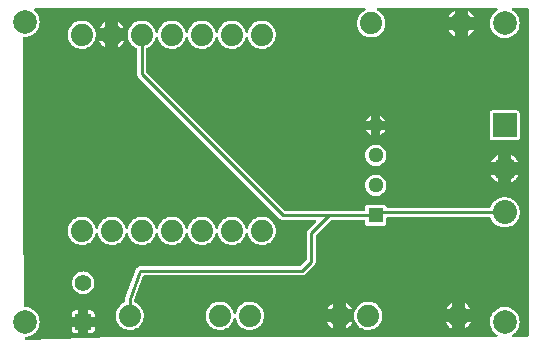
<source format=gbl>
G04 Layer: BottomLayer*
G04 EasyEDA v6.5.50, 2025-05-01 09:36:35*
G04 b635e82801d84c3784f216ba710eedd8,4ea17189a5af4923b0f09c00d4425dfb,10*
G04 Gerber Generator version 0.2*
G04 Scale: 100 percent, Rotated: No, Reflected: No *
G04 Dimensions in millimeters *
G04 leading zeros omitted , absolute positions ,4 integer and 5 decimal *
%FSLAX45Y45*%
%MOMM*%

%ADD10C,0.2540*%
%ADD11C,1.8796*%
%ADD12R,1.2954X1.2954*%
%ADD13C,1.2954*%
%ADD14R,1.3970X1.3970*%
%ADD15C,1.3970*%
%ADD16R,2.0320X2.0320*%
%ADD17C,2.0320*%
%ADD18C,2.0000*%
%ADD19C,0.0103*%

%LPD*%
G36*
X772363Y3657955D02*
G01*
X768400Y3658615D01*
X764997Y3660749D01*
X762711Y3664051D01*
X761898Y3668014D01*
X761796Y3674414D01*
X762508Y3678224D01*
X764540Y3681476D01*
X767638Y3683711D01*
X771347Y3684676D01*
X777189Y3685032D01*
X792124Y3687775D01*
X806653Y3692296D01*
X820521Y3698544D01*
X833526Y3706418D01*
X845464Y3715765D01*
X856234Y3726535D01*
X865581Y3738473D01*
X873455Y3751478D01*
X879703Y3765346D01*
X884224Y3779875D01*
X886968Y3794810D01*
X887882Y3810000D01*
X886968Y3825189D01*
X884224Y3840124D01*
X879703Y3854653D01*
X873455Y3868521D01*
X865581Y3881526D01*
X856234Y3893464D01*
X845464Y3904234D01*
X833526Y3913581D01*
X820521Y3921455D01*
X806653Y3927703D01*
X792124Y3932224D01*
X777189Y3934968D01*
X768400Y3935526D01*
X764692Y3936441D01*
X761644Y3938625D01*
X759561Y3941826D01*
X758850Y3945534D01*
X749300Y4813350D01*
X749300Y6214110D01*
X750112Y6218123D01*
X752500Y6221476D01*
X756005Y6223660D01*
X760069Y6224219D01*
X762000Y6224117D01*
X777189Y6225032D01*
X792124Y6227775D01*
X806653Y6232296D01*
X820521Y6238544D01*
X833526Y6246418D01*
X845464Y6255766D01*
X856234Y6266535D01*
X865581Y6278473D01*
X873455Y6291478D01*
X879703Y6305346D01*
X884224Y6319875D01*
X886968Y6334810D01*
X887882Y6350000D01*
X886968Y6365189D01*
X884224Y6380124D01*
X879703Y6394653D01*
X873455Y6408521D01*
X865581Y6421526D01*
X856234Y6433464D01*
X845464Y6444234D01*
X843026Y6446164D01*
X840333Y6449314D01*
X839165Y6453327D01*
X839724Y6457442D01*
X841857Y6461048D01*
X845210Y6463436D01*
X849325Y6464300D01*
X3639159Y6464300D01*
X3643528Y6463284D01*
X3647033Y6460490D01*
X3649014Y6456476D01*
X3649065Y6451955D01*
X3647135Y6447891D01*
X3643680Y6445046D01*
X3635756Y6441084D01*
X3623462Y6432956D01*
X3612235Y6423355D01*
X3602329Y6412433D01*
X3593795Y6400393D01*
X3586784Y6387388D01*
X3581450Y6373622D01*
X3577894Y6359347D01*
X3576065Y6344666D01*
X3576065Y6329934D01*
X3577894Y6315252D01*
X3581450Y6300978D01*
X3586784Y6287211D01*
X3593795Y6274206D01*
X3602329Y6262166D01*
X3612235Y6251244D01*
X3623462Y6241643D01*
X3635756Y6233515D01*
X3648964Y6226911D01*
X3662883Y6221984D01*
X3677310Y6218834D01*
X3691991Y6217462D01*
X3706774Y6217920D01*
X3721354Y6220206D01*
X3735527Y6224270D01*
X3749141Y6230010D01*
X3761892Y6237376D01*
X3773678Y6246266D01*
X3784295Y6256528D01*
X3793540Y6268059D01*
X3801313Y6280607D01*
X3807460Y6294018D01*
X3811930Y6308039D01*
X3814673Y6322568D01*
X3815587Y6337300D01*
X3814673Y6352032D01*
X3811930Y6366560D01*
X3807460Y6380581D01*
X3801313Y6393992D01*
X3793540Y6406540D01*
X3784295Y6418072D01*
X3773678Y6428333D01*
X3761892Y6437223D01*
X3748684Y6444792D01*
X3745433Y6447028D01*
X3743248Y6450279D01*
X3742486Y6454190D01*
X3743299Y6458051D01*
X3745484Y6461353D01*
X3748786Y6463538D01*
X3752646Y6464300D01*
X4401159Y6464300D01*
X4405528Y6463284D01*
X4407712Y6461556D01*
X4410608Y6463538D01*
X4414520Y6464300D01*
X4500880Y6464300D01*
X4504791Y6463538D01*
X4507788Y6461506D01*
X4510786Y6463538D01*
X4514646Y6464300D01*
X4756759Y6464300D01*
X4761026Y6463385D01*
X4764481Y6460744D01*
X4766513Y6456883D01*
X4766767Y6452514D01*
X4765141Y6448450D01*
X4761992Y6445453D01*
X4754473Y6440881D01*
X4742535Y6431534D01*
X4731766Y6420764D01*
X4722418Y6408826D01*
X4714544Y6395821D01*
X4708296Y6381953D01*
X4703775Y6367424D01*
X4701032Y6352489D01*
X4700117Y6337300D01*
X4701032Y6322110D01*
X4703775Y6307175D01*
X4708296Y6292646D01*
X4714544Y6278778D01*
X4722418Y6265773D01*
X4731766Y6253835D01*
X4742535Y6243066D01*
X4754473Y6233718D01*
X4767478Y6225844D01*
X4781346Y6219596D01*
X4795875Y6215075D01*
X4810810Y6212332D01*
X4826000Y6211417D01*
X4841189Y6212332D01*
X4856124Y6215075D01*
X4870653Y6219596D01*
X4884521Y6225844D01*
X4897526Y6233718D01*
X4909464Y6243066D01*
X4920234Y6253835D01*
X4929581Y6265773D01*
X4937455Y6278778D01*
X4943703Y6292646D01*
X4948224Y6307175D01*
X4950968Y6322110D01*
X4951882Y6337300D01*
X4950968Y6352489D01*
X4948224Y6367424D01*
X4943703Y6381953D01*
X4937455Y6395821D01*
X4929581Y6408826D01*
X4920234Y6420764D01*
X4909464Y6431534D01*
X4897526Y6440881D01*
X4890008Y6445453D01*
X4886858Y6448450D01*
X4885232Y6452514D01*
X4885486Y6456883D01*
X4887518Y6460744D01*
X4890973Y6463385D01*
X4895240Y6464300D01*
X5019040Y6464300D01*
X5022951Y6463538D01*
X5026202Y6461302D01*
X5028438Y6458051D01*
X5029200Y6454140D01*
X5029200Y3699916D01*
X5028438Y3696004D01*
X5026202Y3692702D01*
X5019497Y3685997D01*
X5016195Y3683762D01*
X5012283Y3683000D01*
X4895240Y3683000D01*
X4890973Y3683914D01*
X4887518Y3686556D01*
X4885486Y3690416D01*
X4885232Y3694785D01*
X4886858Y3698849D01*
X4890008Y3701846D01*
X4897526Y3706418D01*
X4909464Y3715765D01*
X4920234Y3726535D01*
X4929581Y3738473D01*
X4937455Y3751478D01*
X4943703Y3765346D01*
X4948224Y3779875D01*
X4950968Y3794810D01*
X4951882Y3810000D01*
X4950968Y3825189D01*
X4948224Y3840124D01*
X4943703Y3854653D01*
X4937455Y3868521D01*
X4929581Y3881526D01*
X4920234Y3893464D01*
X4909464Y3904234D01*
X4897526Y3913581D01*
X4884521Y3921455D01*
X4870653Y3927703D01*
X4856124Y3932224D01*
X4841189Y3934968D01*
X4826000Y3935882D01*
X4810810Y3934968D01*
X4795875Y3932224D01*
X4781346Y3927703D01*
X4767478Y3921455D01*
X4754473Y3913581D01*
X4742535Y3904234D01*
X4731766Y3893464D01*
X4722418Y3881526D01*
X4714544Y3868521D01*
X4708296Y3854653D01*
X4703775Y3840124D01*
X4701032Y3825189D01*
X4700117Y3810000D01*
X4701032Y3794810D01*
X4703775Y3779875D01*
X4708296Y3765346D01*
X4714544Y3751478D01*
X4722418Y3738473D01*
X4731766Y3726535D01*
X4742535Y3715765D01*
X4754473Y3706418D01*
X4761992Y3701846D01*
X4765141Y3698849D01*
X4766767Y3694785D01*
X4766513Y3690416D01*
X4764481Y3686556D01*
X4761026Y3683914D01*
X4756759Y3683000D01*
X1523898Y3683000D01*
G37*

%LPC*%
G36*
X1188008Y3714242D02*
G01*
X1216050Y3714242D01*
X1216050Y3768699D01*
X1161542Y3768699D01*
X1161542Y3740708D01*
X1162253Y3734409D01*
X1164183Y3728923D01*
X1167231Y3724046D01*
X1171346Y3719931D01*
X1176223Y3716883D01*
X1181709Y3714953D01*
G37*
G36*
X1298600Y3714242D02*
G01*
X1326591Y3714242D01*
X1332890Y3714953D01*
X1338376Y3716883D01*
X1343253Y3719931D01*
X1347368Y3724046D01*
X1350416Y3728923D01*
X1352346Y3734409D01*
X1353058Y3740708D01*
X1353058Y3768699D01*
X1298600Y3768699D01*
G37*
G36*
X3674008Y3740962D02*
G01*
X3688689Y3742334D01*
X3703116Y3745484D01*
X3717036Y3750411D01*
X3730244Y3757015D01*
X3742537Y3765143D01*
X3753764Y3774744D01*
X3763670Y3785666D01*
X3772204Y3797706D01*
X3779215Y3810711D01*
X3784549Y3824478D01*
X3788105Y3838752D01*
X3789934Y3853434D01*
X3789934Y3868165D01*
X3788105Y3882847D01*
X3784549Y3897122D01*
X3779215Y3910888D01*
X3772204Y3923893D01*
X3763670Y3935933D01*
X3753764Y3946855D01*
X3742537Y3956456D01*
X3730244Y3964584D01*
X3717036Y3971188D01*
X3703116Y3976115D01*
X3688689Y3979265D01*
X3674008Y3980586D01*
X3659225Y3980179D01*
X3644646Y3977894D01*
X3630472Y3973829D01*
X3616858Y3968089D01*
X3604107Y3960723D01*
X3592322Y3951833D01*
X3581704Y3941572D01*
X3572459Y3930040D01*
X3564686Y3917492D01*
X3558794Y3904691D01*
X3557778Y3903319D01*
X3557524Y3900881D01*
X3554069Y3890060D01*
X3551326Y3875532D01*
X3550412Y3860800D01*
X3551326Y3846068D01*
X3554069Y3831539D01*
X3557524Y3820718D01*
X3557778Y3818280D01*
X3558794Y3816908D01*
X3564686Y3804107D01*
X3572459Y3791559D01*
X3581704Y3780028D01*
X3592322Y3769766D01*
X3604107Y3760876D01*
X3616858Y3753510D01*
X3630472Y3747770D01*
X3644646Y3743706D01*
X3659225Y3741420D01*
G37*
G36*
X2409291Y3740962D02*
G01*
X2424074Y3741420D01*
X2438654Y3743706D01*
X2452827Y3747770D01*
X2466441Y3753510D01*
X2479192Y3760876D01*
X2490978Y3769766D01*
X2501595Y3780028D01*
X2510840Y3791559D01*
X2518613Y3804107D01*
X2524760Y3817518D01*
X2529230Y3831539D01*
X2529992Y3835654D01*
X2531516Y3839362D01*
X2534310Y3842207D01*
X2538018Y3843731D01*
X2541981Y3843731D01*
X2545689Y3842207D01*
X2548483Y3839362D01*
X2550007Y3835654D01*
X2550769Y3831539D01*
X2555240Y3817518D01*
X2561386Y3804107D01*
X2569159Y3791559D01*
X2578404Y3780028D01*
X2589022Y3769766D01*
X2600807Y3760876D01*
X2613558Y3753510D01*
X2627172Y3747770D01*
X2641346Y3743706D01*
X2655925Y3741420D01*
X2670708Y3740962D01*
X2685389Y3742334D01*
X2699816Y3745484D01*
X2713736Y3750411D01*
X2726944Y3757015D01*
X2739237Y3765143D01*
X2750464Y3774744D01*
X2760370Y3785666D01*
X2768904Y3797706D01*
X2775915Y3810711D01*
X2781249Y3824478D01*
X2784805Y3838752D01*
X2786634Y3853434D01*
X2786634Y3868165D01*
X2784805Y3882847D01*
X2781249Y3897122D01*
X2775915Y3910888D01*
X2768904Y3923893D01*
X2760370Y3935933D01*
X2750464Y3946855D01*
X2739237Y3956456D01*
X2726944Y3964584D01*
X2713736Y3971188D01*
X2699816Y3976115D01*
X2685389Y3979265D01*
X2670708Y3980586D01*
X2655925Y3980179D01*
X2641346Y3977894D01*
X2627172Y3973829D01*
X2613558Y3968089D01*
X2600807Y3960723D01*
X2589022Y3951833D01*
X2578404Y3941572D01*
X2569159Y3930040D01*
X2561386Y3917492D01*
X2555240Y3904081D01*
X2550769Y3890060D01*
X2550007Y3885946D01*
X2548483Y3882237D01*
X2545689Y3879392D01*
X2541981Y3877868D01*
X2538018Y3877868D01*
X2534310Y3879392D01*
X2531516Y3882237D01*
X2529992Y3885946D01*
X2529230Y3890060D01*
X2524760Y3904081D01*
X2518613Y3917492D01*
X2510840Y3930040D01*
X2501595Y3941572D01*
X2490978Y3951833D01*
X2479192Y3960723D01*
X2466441Y3968089D01*
X2452827Y3973829D01*
X2438654Y3977894D01*
X2424074Y3980179D01*
X2409291Y3980586D01*
X2394610Y3979265D01*
X2380183Y3976115D01*
X2366264Y3971188D01*
X2353056Y3964584D01*
X2340762Y3956456D01*
X2329535Y3946855D01*
X2319629Y3935933D01*
X2311095Y3923893D01*
X2304084Y3910888D01*
X2298750Y3897122D01*
X2295194Y3882847D01*
X2293366Y3868165D01*
X2293366Y3853434D01*
X2295194Y3838752D01*
X2298750Y3824478D01*
X2304084Y3810711D01*
X2311095Y3797706D01*
X2319629Y3785666D01*
X2329535Y3774744D01*
X2340762Y3765143D01*
X2353056Y3757015D01*
X2366264Y3750411D01*
X2380183Y3745484D01*
X2394610Y3742334D01*
G37*
G36*
X1647291Y3740962D02*
G01*
X1662074Y3741420D01*
X1676654Y3743706D01*
X1690827Y3747770D01*
X1704441Y3753510D01*
X1717192Y3760876D01*
X1728978Y3769766D01*
X1739595Y3780028D01*
X1748840Y3791559D01*
X1756613Y3804107D01*
X1762760Y3817518D01*
X1767230Y3831539D01*
X1769973Y3846068D01*
X1770888Y3860800D01*
X1769973Y3875532D01*
X1767230Y3890060D01*
X1762760Y3904081D01*
X1756613Y3917492D01*
X1748840Y3930040D01*
X1739595Y3941572D01*
X1728978Y3951833D01*
X1717192Y3960723D01*
X1704441Y3968089D01*
X1695805Y3971747D01*
X1692554Y3973982D01*
X1690370Y3977233D01*
X1689607Y3981094D01*
X1689607Y3991813D01*
X1690217Y3995318D01*
X1764385Y4196537D01*
X1766519Y4200042D01*
X1769872Y4202379D01*
X1773885Y4203192D01*
X3110992Y4203192D01*
X3119018Y4204004D01*
X3126232Y4206189D01*
X3132937Y4209745D01*
X3139135Y4214876D01*
X3214624Y4290364D01*
X3219754Y4296562D01*
X3223310Y4303268D01*
X3225495Y4310481D01*
X3226308Y4318508D01*
X3226308Y4539081D01*
X3227070Y4542993D01*
X3229305Y4546295D01*
X3353104Y4670094D01*
X3356406Y4672330D01*
X3360318Y4673092D01*
X3632962Y4673092D01*
X3636873Y4672330D01*
X3640124Y4670094D01*
X3642360Y4666843D01*
X3643122Y4662932D01*
X3643122Y4647488D01*
X3643833Y4641189D01*
X3645763Y4635703D01*
X3648811Y4630826D01*
X3652926Y4626711D01*
X3657803Y4623663D01*
X3663289Y4621733D01*
X3669588Y4621022D01*
X3798011Y4621022D01*
X3804310Y4621733D01*
X3809796Y4623663D01*
X3814673Y4626711D01*
X3818788Y4630826D01*
X3821836Y4635703D01*
X3823766Y4641189D01*
X3824478Y4647488D01*
X3824478Y4688332D01*
X3825240Y4692243D01*
X3827475Y4695494D01*
X3830726Y4697730D01*
X3834637Y4698492D01*
X4697272Y4698492D01*
X4701032Y4697780D01*
X4704283Y4695647D01*
X4706518Y4692497D01*
X4713122Y4677867D01*
X4721047Y4664659D01*
X4730546Y4652568D01*
X4741468Y4641697D01*
X4753559Y4632198D01*
X4766716Y4624222D01*
X4780788Y4617872D01*
X4795469Y4613300D01*
X4810607Y4610557D01*
X4826000Y4609592D01*
X4841341Y4610557D01*
X4856480Y4613300D01*
X4871212Y4617872D01*
X4885232Y4624222D01*
X4898390Y4632198D01*
X4910531Y4641697D01*
X4921402Y4652568D01*
X4930902Y4664659D01*
X4938877Y4677867D01*
X4945176Y4691888D01*
X4949748Y4706569D01*
X4952542Y4721707D01*
X4953457Y4737100D01*
X4952542Y4752492D01*
X4949748Y4767630D01*
X4945176Y4782312D01*
X4938877Y4796332D01*
X4930902Y4809540D01*
X4921402Y4821631D01*
X4910531Y4832502D01*
X4898390Y4842002D01*
X4885232Y4849977D01*
X4871212Y4856327D01*
X4856480Y4860899D01*
X4841341Y4863642D01*
X4826000Y4864608D01*
X4810607Y4863642D01*
X4795469Y4860899D01*
X4780788Y4856327D01*
X4766716Y4849977D01*
X4753559Y4842002D01*
X4741468Y4832502D01*
X4730546Y4821631D01*
X4721047Y4809540D01*
X4713122Y4796332D01*
X4706518Y4781702D01*
X4704283Y4778552D01*
X4701032Y4776419D01*
X4697272Y4775708D01*
X3833266Y4775708D01*
X3829202Y4776571D01*
X3825798Y4778959D01*
X3823665Y4782515D01*
X3821836Y4787696D01*
X3818788Y4792573D01*
X3814673Y4796688D01*
X3809796Y4799736D01*
X3804310Y4801666D01*
X3798011Y4802378D01*
X3669588Y4802378D01*
X3663289Y4801666D01*
X3657803Y4799736D01*
X3652926Y4796688D01*
X3648811Y4792573D01*
X3645763Y4787696D01*
X3643833Y4782210D01*
X3643122Y4775911D01*
X3643122Y4760468D01*
X3642360Y4756556D01*
X3640124Y4753305D01*
X3636873Y4751070D01*
X3632962Y4750308D01*
X2966618Y4750308D01*
X2962706Y4751070D01*
X2959404Y4753305D01*
X1794205Y5918504D01*
X1791970Y5921806D01*
X1791207Y5925718D01*
X1791207Y6119876D01*
X1791970Y6123736D01*
X1794154Y6127038D01*
X1797405Y6129223D01*
X1806041Y6132880D01*
X1818792Y6140297D01*
X1830578Y6149187D01*
X1841195Y6159449D01*
X1850440Y6170930D01*
X1858213Y6183477D01*
X1864360Y6196888D01*
X1868830Y6210960D01*
X1869592Y6214922D01*
X1871014Y6218580D01*
X1873757Y6221374D01*
X1877314Y6222949D01*
X1881225Y6223101D01*
X1884883Y6221730D01*
X1887778Y6219088D01*
X1889455Y6215532D01*
X1892350Y6203848D01*
X1897684Y6190081D01*
X1904695Y6177076D01*
X1913229Y6165037D01*
X1923135Y6154115D01*
X1934362Y6144514D01*
X1946656Y6136386D01*
X1959864Y6129832D01*
X1973783Y6124905D01*
X1988210Y6121755D01*
X2002891Y6120384D01*
X2017674Y6120841D01*
X2032254Y6123127D01*
X2046427Y6127140D01*
X2060041Y6132880D01*
X2072792Y6140297D01*
X2084578Y6149187D01*
X2095195Y6159449D01*
X2104440Y6170930D01*
X2112213Y6183477D01*
X2118360Y6196888D01*
X2122830Y6210960D01*
X2123592Y6214922D01*
X2125014Y6218580D01*
X2127758Y6221374D01*
X2131314Y6222949D01*
X2135225Y6223101D01*
X2138883Y6221730D01*
X2141778Y6219088D01*
X2143455Y6215532D01*
X2146350Y6203848D01*
X2151684Y6190081D01*
X2158695Y6177076D01*
X2167229Y6165037D01*
X2177135Y6154115D01*
X2188362Y6144514D01*
X2200656Y6136386D01*
X2213864Y6129832D01*
X2227783Y6124905D01*
X2242210Y6121755D01*
X2256891Y6120384D01*
X2271674Y6120841D01*
X2286254Y6123127D01*
X2300427Y6127140D01*
X2314041Y6132880D01*
X2326792Y6140297D01*
X2338578Y6149187D01*
X2349195Y6159449D01*
X2358440Y6170930D01*
X2366213Y6183477D01*
X2372360Y6196888D01*
X2376830Y6210960D01*
X2377592Y6214922D01*
X2379014Y6218580D01*
X2381758Y6221374D01*
X2385314Y6222949D01*
X2389225Y6223101D01*
X2392883Y6221730D01*
X2395778Y6219088D01*
X2397455Y6215532D01*
X2400350Y6203848D01*
X2405684Y6190081D01*
X2412695Y6177076D01*
X2421229Y6165037D01*
X2431135Y6154115D01*
X2442362Y6144514D01*
X2454656Y6136386D01*
X2467864Y6129832D01*
X2481783Y6124905D01*
X2496210Y6121755D01*
X2510891Y6120384D01*
X2525674Y6120841D01*
X2540254Y6123127D01*
X2554427Y6127140D01*
X2568041Y6132880D01*
X2580792Y6140297D01*
X2592578Y6149187D01*
X2603195Y6159449D01*
X2612440Y6170930D01*
X2620213Y6183477D01*
X2626360Y6196888D01*
X2630830Y6210960D01*
X2631592Y6214922D01*
X2633014Y6218580D01*
X2635758Y6221374D01*
X2639314Y6222949D01*
X2643225Y6223101D01*
X2646883Y6221730D01*
X2649778Y6219088D01*
X2651455Y6215532D01*
X2654350Y6203848D01*
X2659684Y6190081D01*
X2666695Y6177076D01*
X2675229Y6165037D01*
X2685135Y6154115D01*
X2696362Y6144514D01*
X2708656Y6136386D01*
X2721864Y6129832D01*
X2735783Y6124905D01*
X2750210Y6121755D01*
X2764891Y6120384D01*
X2779674Y6120841D01*
X2794254Y6123127D01*
X2808427Y6127140D01*
X2822041Y6132880D01*
X2834792Y6140297D01*
X2846578Y6149187D01*
X2857195Y6159449D01*
X2866440Y6170930D01*
X2874213Y6183477D01*
X2880360Y6196888D01*
X2884830Y6210960D01*
X2887573Y6225489D01*
X2888488Y6240170D01*
X2887573Y6254902D01*
X2884830Y6269431D01*
X2880360Y6283502D01*
X2874213Y6296914D01*
X2866440Y6309461D01*
X2857195Y6320942D01*
X2846578Y6331204D01*
X2834792Y6340094D01*
X2822041Y6347510D01*
X2808427Y6353251D01*
X2794254Y6357264D01*
X2779674Y6359550D01*
X2764891Y6360007D01*
X2750210Y6358636D01*
X2735783Y6355486D01*
X2721864Y6350558D01*
X2708656Y6344005D01*
X2696362Y6335877D01*
X2685135Y6326225D01*
X2675229Y6315354D01*
X2666695Y6303314D01*
X2659684Y6290310D01*
X2654350Y6276543D01*
X2651455Y6264859D01*
X2649778Y6261303D01*
X2646883Y6258661D01*
X2643225Y6257290D01*
X2639314Y6257442D01*
X2635758Y6259017D01*
X2633014Y6261811D01*
X2631592Y6265468D01*
X2630830Y6269431D01*
X2626360Y6283502D01*
X2620213Y6296914D01*
X2612440Y6309461D01*
X2603195Y6320942D01*
X2592578Y6331204D01*
X2580792Y6340094D01*
X2568041Y6347510D01*
X2554427Y6353251D01*
X2540254Y6357264D01*
X2525674Y6359550D01*
X2510891Y6360007D01*
X2496210Y6358636D01*
X2481783Y6355486D01*
X2467864Y6350558D01*
X2454656Y6344005D01*
X2442362Y6335877D01*
X2431135Y6326225D01*
X2421229Y6315354D01*
X2412695Y6303314D01*
X2405684Y6290310D01*
X2400350Y6276543D01*
X2397455Y6264859D01*
X2395778Y6261303D01*
X2392883Y6258661D01*
X2389225Y6257290D01*
X2385314Y6257442D01*
X2381758Y6259017D01*
X2379014Y6261811D01*
X2377592Y6265468D01*
X2376830Y6269431D01*
X2372360Y6283502D01*
X2366213Y6296914D01*
X2358440Y6309461D01*
X2349195Y6320942D01*
X2338578Y6331204D01*
X2326792Y6340094D01*
X2314041Y6347510D01*
X2300427Y6353251D01*
X2286254Y6357264D01*
X2271674Y6359550D01*
X2256891Y6360007D01*
X2242210Y6358636D01*
X2227783Y6355486D01*
X2213864Y6350558D01*
X2200656Y6344005D01*
X2188362Y6335877D01*
X2177135Y6326225D01*
X2167229Y6315354D01*
X2158695Y6303314D01*
X2151684Y6290310D01*
X2146350Y6276543D01*
X2143455Y6264859D01*
X2141778Y6261303D01*
X2138883Y6258661D01*
X2135225Y6257290D01*
X2131314Y6257442D01*
X2127758Y6259017D01*
X2125014Y6261811D01*
X2123592Y6265468D01*
X2122830Y6269431D01*
X2118360Y6283502D01*
X2112213Y6296914D01*
X2104440Y6309461D01*
X2095195Y6320942D01*
X2084578Y6331204D01*
X2072792Y6340094D01*
X2060041Y6347510D01*
X2046427Y6353251D01*
X2032254Y6357264D01*
X2017674Y6359550D01*
X2002891Y6360007D01*
X1988210Y6358636D01*
X1973783Y6355486D01*
X1959864Y6350558D01*
X1946656Y6344005D01*
X1934362Y6335877D01*
X1923135Y6326225D01*
X1913229Y6315354D01*
X1904695Y6303314D01*
X1897684Y6290310D01*
X1892350Y6276543D01*
X1889455Y6264859D01*
X1887778Y6261303D01*
X1884883Y6258661D01*
X1881225Y6257290D01*
X1877314Y6257442D01*
X1873757Y6259017D01*
X1871014Y6261811D01*
X1869592Y6265468D01*
X1868830Y6269431D01*
X1864360Y6283502D01*
X1858213Y6296914D01*
X1850440Y6309461D01*
X1841195Y6320942D01*
X1830578Y6331204D01*
X1818792Y6340094D01*
X1806041Y6347510D01*
X1792427Y6353251D01*
X1778254Y6357264D01*
X1763674Y6359550D01*
X1748891Y6360007D01*
X1734210Y6358636D01*
X1719783Y6355486D01*
X1705864Y6350558D01*
X1692656Y6344005D01*
X1680362Y6335877D01*
X1669135Y6326225D01*
X1659229Y6315354D01*
X1650695Y6303314D01*
X1643684Y6290310D01*
X1638350Y6276543D01*
X1634794Y6262217D01*
X1632966Y6247587D01*
X1632966Y6232804D01*
X1634794Y6218174D01*
X1638350Y6203848D01*
X1643684Y6190081D01*
X1650695Y6177076D01*
X1659229Y6165037D01*
X1669135Y6154115D01*
X1680362Y6144514D01*
X1692656Y6136386D01*
X1705864Y6129832D01*
X1710740Y6127191D01*
X1713128Y6123787D01*
X1713992Y6119774D01*
X1713992Y5906008D01*
X1714804Y5897981D01*
X1716989Y5890768D01*
X1720545Y5884062D01*
X1725675Y5877864D01*
X2918764Y4684776D01*
X2924962Y4679645D01*
X2931668Y4676089D01*
X2938881Y4673904D01*
X2946908Y4673092D01*
X3222345Y4673092D01*
X3226257Y4672330D01*
X3229559Y4670094D01*
X3231743Y4666843D01*
X3232505Y4662932D01*
X3231743Y4659020D01*
X3229559Y4655769D01*
X3160776Y4586935D01*
X3155645Y4580737D01*
X3152089Y4574032D01*
X3149904Y4566818D01*
X3149092Y4558792D01*
X3149092Y4338218D01*
X3148330Y4334306D01*
X3146094Y4331004D01*
X3098495Y4283405D01*
X3095193Y4281170D01*
X3091281Y4280408D01*
X1740001Y4280408D01*
X1730857Y4279290D01*
X1723745Y4276801D01*
X1717243Y4272991D01*
X1711553Y4267962D01*
X1707032Y4261916D01*
X1703476Y4254703D01*
X1614932Y4014317D01*
X1612900Y4006392D01*
X1612392Y4000093D01*
X1612392Y3981246D01*
X1611528Y3977182D01*
X1609140Y3973779D01*
X1591056Y3964584D01*
X1578762Y3956456D01*
X1567535Y3946855D01*
X1557629Y3935933D01*
X1549095Y3923893D01*
X1542084Y3910888D01*
X1536750Y3897122D01*
X1533194Y3882847D01*
X1531366Y3868165D01*
X1531366Y3853434D01*
X1533194Y3838752D01*
X1536750Y3824478D01*
X1542084Y3810711D01*
X1549095Y3797706D01*
X1557629Y3785666D01*
X1567535Y3774744D01*
X1578762Y3765143D01*
X1591056Y3757015D01*
X1604264Y3750411D01*
X1618183Y3745484D01*
X1632610Y3742334D01*
G37*
G36*
X3375660Y3753459D02*
G01*
X3375660Y3807460D01*
X3321862Y3807460D01*
X3323386Y3804107D01*
X3331159Y3791559D01*
X3340404Y3780028D01*
X3351022Y3769766D01*
X3362807Y3760876D01*
G37*
G36*
X4378960Y3753459D02*
G01*
X4378960Y3807460D01*
X4325162Y3807460D01*
X4326686Y3804107D01*
X4334459Y3791559D01*
X4343704Y3780028D01*
X4354322Y3769766D01*
X4366107Y3760876D01*
G37*
G36*
X4485640Y3753713D02*
G01*
X4492244Y3757015D01*
X4504537Y3765143D01*
X4515764Y3774744D01*
X4525670Y3785666D01*
X4534204Y3797706D01*
X4539437Y3807460D01*
X4485640Y3807460D01*
G37*
G36*
X3482340Y3753713D02*
G01*
X3488944Y3757015D01*
X3501237Y3765143D01*
X3512464Y3774744D01*
X3522370Y3785666D01*
X3530904Y3797706D01*
X3536137Y3807460D01*
X3482340Y3807460D01*
G37*
G36*
X1298600Y3851249D02*
G01*
X1353058Y3851249D01*
X1353058Y3879291D01*
X1352346Y3885590D01*
X1350416Y3891076D01*
X1347368Y3895953D01*
X1343253Y3900068D01*
X1338376Y3903116D01*
X1332890Y3905046D01*
X1326591Y3905758D01*
X1298600Y3905758D01*
G37*
G36*
X1161542Y3851249D02*
G01*
X1216050Y3851249D01*
X1216050Y3905758D01*
X1188008Y3905758D01*
X1181709Y3905046D01*
X1176223Y3903116D01*
X1171346Y3900068D01*
X1167231Y3895953D01*
X1164183Y3891076D01*
X1162253Y3885590D01*
X1161542Y3879291D01*
G37*
G36*
X3482340Y3914140D02*
G01*
X3536137Y3914140D01*
X3530904Y3923893D01*
X3522370Y3935933D01*
X3512464Y3946855D01*
X3501237Y3956456D01*
X3488944Y3964584D01*
X3482340Y3967886D01*
G37*
G36*
X4485640Y3914140D02*
G01*
X4539437Y3914140D01*
X4534204Y3923893D01*
X4525670Y3935933D01*
X4515764Y3946855D01*
X4504537Y3956456D01*
X4492244Y3964584D01*
X4485640Y3967886D01*
G37*
G36*
X3321862Y3914140D02*
G01*
X3375660Y3914140D01*
X3375660Y3968140D01*
X3362807Y3960723D01*
X3351022Y3951833D01*
X3340404Y3941572D01*
X3331159Y3930040D01*
X3323386Y3917492D01*
G37*
G36*
X4325162Y3914140D02*
G01*
X4378960Y3914140D01*
X4378960Y3968140D01*
X4366107Y3960723D01*
X4354322Y3951833D01*
X4343704Y3941572D01*
X4334459Y3930040D01*
X4326686Y3917492D01*
G37*
G36*
X1257300Y4044442D02*
G01*
X1270355Y4045356D01*
X1283106Y4047998D01*
X1295450Y4052366D01*
X1307033Y4058412D01*
X1317701Y4065930D01*
X1327251Y4074871D01*
X1335532Y4084980D01*
X1342288Y4096156D01*
X1347520Y4108145D01*
X1351026Y4120743D01*
X1352804Y4133646D01*
X1352804Y4146753D01*
X1351026Y4159656D01*
X1347520Y4172254D01*
X1342288Y4184243D01*
X1335532Y4195419D01*
X1327251Y4205528D01*
X1317701Y4214469D01*
X1307033Y4221988D01*
X1295450Y4228033D01*
X1283106Y4232402D01*
X1270355Y4235043D01*
X1257300Y4235958D01*
X1244244Y4235043D01*
X1231493Y4232402D01*
X1219149Y4228033D01*
X1207566Y4221988D01*
X1196898Y4214469D01*
X1187348Y4205528D01*
X1179068Y4195419D01*
X1172311Y4184243D01*
X1167079Y4172254D01*
X1163574Y4159656D01*
X1161796Y4146753D01*
X1161796Y4133646D01*
X1163574Y4120743D01*
X1167079Y4108145D01*
X1172311Y4096156D01*
X1179068Y4084980D01*
X1187348Y4074871D01*
X1196898Y4065930D01*
X1207566Y4058412D01*
X1219149Y4052366D01*
X1231493Y4047998D01*
X1244244Y4045356D01*
G37*
G36*
X1748891Y4460290D02*
G01*
X1763674Y4460748D01*
X1778254Y4463034D01*
X1792427Y4467098D01*
X1806041Y4472838D01*
X1818792Y4480204D01*
X1830578Y4489094D01*
X1841195Y4499356D01*
X1850440Y4510887D01*
X1858213Y4523435D01*
X1864360Y4536846D01*
X1868830Y4550867D01*
X1869592Y4554931D01*
X1871065Y4558538D01*
X1873757Y4561382D01*
X1877314Y4562957D01*
X1881225Y4563059D01*
X1884883Y4561687D01*
X1887778Y4559046D01*
X1889455Y4555540D01*
X1892350Y4543856D01*
X1897684Y4530090D01*
X1904695Y4517085D01*
X1913229Y4505045D01*
X1923135Y4494123D01*
X1934362Y4484522D01*
X1946656Y4476394D01*
X1959864Y4469841D01*
X1973783Y4464913D01*
X1988210Y4461764D01*
X2002891Y4460392D01*
X2017674Y4460849D01*
X2032254Y4463135D01*
X2046427Y4467148D01*
X2060041Y4472889D01*
X2072792Y4480306D01*
X2084578Y4489196D01*
X2095195Y4499457D01*
X2104440Y4510938D01*
X2112213Y4523486D01*
X2118360Y4536897D01*
X2122830Y4550968D01*
X2123592Y4554931D01*
X2125014Y4558588D01*
X2127758Y4561382D01*
X2131314Y4562957D01*
X2135225Y4563110D01*
X2138883Y4561738D01*
X2141778Y4559096D01*
X2143455Y4555540D01*
X2146350Y4543856D01*
X2151684Y4530090D01*
X2158695Y4517085D01*
X2167229Y4505045D01*
X2177135Y4494123D01*
X2188362Y4484522D01*
X2200656Y4476394D01*
X2213864Y4469841D01*
X2227783Y4464913D01*
X2242210Y4461764D01*
X2256891Y4460392D01*
X2271674Y4460849D01*
X2286254Y4463135D01*
X2300427Y4467148D01*
X2314041Y4472889D01*
X2326792Y4480306D01*
X2338578Y4489196D01*
X2349195Y4499457D01*
X2358440Y4510938D01*
X2366213Y4523486D01*
X2372360Y4536897D01*
X2376830Y4550968D01*
X2377592Y4554931D01*
X2379014Y4558588D01*
X2381758Y4561382D01*
X2385314Y4562957D01*
X2389225Y4563110D01*
X2392883Y4561738D01*
X2395778Y4559096D01*
X2397455Y4555540D01*
X2400350Y4543856D01*
X2405684Y4530090D01*
X2412695Y4517085D01*
X2421229Y4505045D01*
X2431135Y4494123D01*
X2442362Y4484522D01*
X2454656Y4476394D01*
X2467864Y4469841D01*
X2481783Y4464913D01*
X2496210Y4461764D01*
X2510891Y4460392D01*
X2525674Y4460849D01*
X2540254Y4463135D01*
X2554427Y4467148D01*
X2568041Y4472889D01*
X2580792Y4480306D01*
X2592578Y4489196D01*
X2603195Y4499457D01*
X2612440Y4510938D01*
X2620213Y4523486D01*
X2626360Y4536897D01*
X2630830Y4550968D01*
X2631592Y4554931D01*
X2633014Y4558588D01*
X2635758Y4561382D01*
X2639314Y4562957D01*
X2643225Y4563110D01*
X2646883Y4561738D01*
X2649778Y4559096D01*
X2651455Y4555540D01*
X2654350Y4543856D01*
X2659684Y4530090D01*
X2666695Y4517085D01*
X2675229Y4505045D01*
X2685135Y4494123D01*
X2696362Y4484522D01*
X2708656Y4476394D01*
X2721864Y4469841D01*
X2735783Y4464913D01*
X2750210Y4461764D01*
X2764891Y4460392D01*
X2779674Y4460849D01*
X2794254Y4463135D01*
X2808427Y4467148D01*
X2822041Y4472889D01*
X2834792Y4480306D01*
X2846578Y4489196D01*
X2857195Y4499457D01*
X2866440Y4510938D01*
X2874213Y4523486D01*
X2880360Y4536897D01*
X2884830Y4550968D01*
X2887573Y4565497D01*
X2888488Y4580178D01*
X2887573Y4594910D01*
X2884830Y4609439D01*
X2880360Y4623511D01*
X2874213Y4636922D01*
X2866440Y4649470D01*
X2857195Y4660950D01*
X2846578Y4671212D01*
X2834792Y4680102D01*
X2822041Y4687519D01*
X2808427Y4693259D01*
X2794254Y4697272D01*
X2779674Y4699558D01*
X2764891Y4700016D01*
X2750210Y4698644D01*
X2735783Y4695494D01*
X2721864Y4690567D01*
X2708656Y4684014D01*
X2696362Y4675886D01*
X2685135Y4666234D01*
X2675229Y4655362D01*
X2666695Y4643323D01*
X2659684Y4630318D01*
X2654350Y4616551D01*
X2651455Y4604867D01*
X2649778Y4601311D01*
X2646883Y4598670D01*
X2643225Y4597298D01*
X2639314Y4597450D01*
X2635758Y4599025D01*
X2633014Y4601819D01*
X2631592Y4605477D01*
X2630830Y4609439D01*
X2626360Y4623511D01*
X2620213Y4636922D01*
X2612440Y4649470D01*
X2603195Y4660950D01*
X2592578Y4671212D01*
X2580792Y4680102D01*
X2568041Y4687519D01*
X2554427Y4693259D01*
X2540254Y4697272D01*
X2525674Y4699558D01*
X2510891Y4700016D01*
X2496210Y4698644D01*
X2481783Y4695494D01*
X2467864Y4690567D01*
X2454656Y4684014D01*
X2442362Y4675886D01*
X2431135Y4666234D01*
X2421229Y4655362D01*
X2412695Y4643323D01*
X2405684Y4630318D01*
X2400350Y4616551D01*
X2397455Y4604867D01*
X2395778Y4601311D01*
X2392883Y4598670D01*
X2389225Y4597298D01*
X2385314Y4597450D01*
X2381758Y4599025D01*
X2379014Y4601819D01*
X2377592Y4605477D01*
X2376830Y4609439D01*
X2372360Y4623511D01*
X2366213Y4636922D01*
X2358440Y4649470D01*
X2349195Y4660950D01*
X2338578Y4671212D01*
X2326792Y4680102D01*
X2314041Y4687519D01*
X2300427Y4693259D01*
X2286254Y4697272D01*
X2271674Y4699558D01*
X2256891Y4700016D01*
X2242210Y4698644D01*
X2227783Y4695494D01*
X2213864Y4690567D01*
X2200656Y4684014D01*
X2188362Y4675886D01*
X2177135Y4666234D01*
X2167229Y4655362D01*
X2158695Y4643323D01*
X2151684Y4630318D01*
X2146350Y4616551D01*
X2143455Y4604867D01*
X2141778Y4601311D01*
X2138883Y4598670D01*
X2135225Y4597298D01*
X2131314Y4597450D01*
X2127758Y4599025D01*
X2125014Y4601819D01*
X2123592Y4605477D01*
X2122830Y4609439D01*
X2118360Y4623511D01*
X2112213Y4636922D01*
X2104440Y4649470D01*
X2095195Y4660950D01*
X2084578Y4671212D01*
X2072792Y4680102D01*
X2060041Y4687519D01*
X2046427Y4693259D01*
X2032254Y4697272D01*
X2017674Y4699558D01*
X2002891Y4700016D01*
X1988210Y4698644D01*
X1973783Y4695494D01*
X1959864Y4690567D01*
X1946656Y4684014D01*
X1934362Y4675886D01*
X1923135Y4666234D01*
X1913229Y4655362D01*
X1904695Y4643323D01*
X1897684Y4630318D01*
X1892350Y4616551D01*
X1889404Y4604816D01*
X1887778Y4601260D01*
X1884883Y4598619D01*
X1881225Y4597247D01*
X1877314Y4597400D01*
X1873757Y4598974D01*
X1871014Y4601819D01*
X1869592Y4605426D01*
X1868830Y4609388D01*
X1864360Y4623409D01*
X1858213Y4636820D01*
X1850440Y4649368D01*
X1841195Y4660900D01*
X1830578Y4671161D01*
X1818792Y4680051D01*
X1806041Y4687417D01*
X1792427Y4693158D01*
X1778254Y4697222D01*
X1763674Y4699508D01*
X1748891Y4699914D01*
X1734210Y4698593D01*
X1719783Y4695444D01*
X1705864Y4690516D01*
X1692656Y4683912D01*
X1680362Y4675784D01*
X1669135Y4666183D01*
X1659229Y4655261D01*
X1650695Y4643221D01*
X1643684Y4630216D01*
X1638350Y4616450D01*
X1635455Y4604816D01*
X1633778Y4601260D01*
X1630883Y4598619D01*
X1627225Y4597247D01*
X1623314Y4597400D01*
X1619758Y4598974D01*
X1617065Y4601768D01*
X1615592Y4605426D01*
X1614830Y4609439D01*
X1610360Y4623511D01*
X1604213Y4636922D01*
X1596440Y4649470D01*
X1587195Y4660950D01*
X1576578Y4671212D01*
X1564792Y4680102D01*
X1552041Y4687519D01*
X1538427Y4693259D01*
X1524254Y4697272D01*
X1509674Y4699558D01*
X1494891Y4700016D01*
X1480210Y4698644D01*
X1465783Y4695494D01*
X1451864Y4690567D01*
X1438656Y4684014D01*
X1426362Y4675886D01*
X1415135Y4666234D01*
X1405229Y4655362D01*
X1396695Y4643323D01*
X1389684Y4630318D01*
X1384350Y4616551D01*
X1381455Y4604867D01*
X1379778Y4601311D01*
X1376883Y4598670D01*
X1373225Y4597298D01*
X1369314Y4597450D01*
X1365758Y4599025D01*
X1363014Y4601819D01*
X1361592Y4605477D01*
X1360830Y4609439D01*
X1356360Y4623511D01*
X1350213Y4636922D01*
X1342440Y4649470D01*
X1333195Y4660950D01*
X1322578Y4671212D01*
X1310792Y4680102D01*
X1298041Y4687519D01*
X1284427Y4693259D01*
X1270254Y4697272D01*
X1255674Y4699558D01*
X1240891Y4700016D01*
X1226210Y4698644D01*
X1211783Y4695494D01*
X1197864Y4690567D01*
X1184656Y4684014D01*
X1172362Y4675886D01*
X1161135Y4666234D01*
X1151229Y4655362D01*
X1142695Y4643323D01*
X1135684Y4630318D01*
X1130350Y4616551D01*
X1126794Y4602226D01*
X1124966Y4587595D01*
X1124966Y4572812D01*
X1126794Y4558182D01*
X1130350Y4543856D01*
X1135684Y4530090D01*
X1142695Y4517085D01*
X1151229Y4505045D01*
X1161135Y4494123D01*
X1172362Y4484522D01*
X1184656Y4476394D01*
X1197864Y4469841D01*
X1211783Y4464913D01*
X1226210Y4461764D01*
X1240891Y4460392D01*
X1255674Y4460849D01*
X1270254Y4463135D01*
X1284427Y4467148D01*
X1298041Y4472889D01*
X1310792Y4480306D01*
X1322578Y4489196D01*
X1333195Y4499457D01*
X1342440Y4510938D01*
X1350213Y4523486D01*
X1356360Y4536897D01*
X1360830Y4550968D01*
X1361592Y4554931D01*
X1363014Y4558588D01*
X1365758Y4561382D01*
X1369314Y4562957D01*
X1373225Y4563110D01*
X1376883Y4561738D01*
X1379778Y4559096D01*
X1381455Y4555540D01*
X1384350Y4543856D01*
X1389684Y4530090D01*
X1396695Y4517085D01*
X1405229Y4505045D01*
X1415135Y4494123D01*
X1426362Y4484522D01*
X1438656Y4476394D01*
X1451864Y4469841D01*
X1465783Y4464913D01*
X1480210Y4461764D01*
X1494891Y4460392D01*
X1509674Y4460849D01*
X1524254Y4463135D01*
X1538427Y4467148D01*
X1552041Y4472889D01*
X1564792Y4480306D01*
X1576578Y4489196D01*
X1587195Y4499457D01*
X1596440Y4510938D01*
X1604213Y4523486D01*
X1610360Y4536897D01*
X1614830Y4550968D01*
X1615592Y4554880D01*
X1617014Y4558538D01*
X1619758Y4561332D01*
X1623314Y4562957D01*
X1627225Y4563059D01*
X1630883Y4561687D01*
X1633778Y4559046D01*
X1635404Y4555490D01*
X1638350Y4543806D01*
X1643684Y4530039D01*
X1650695Y4517034D01*
X1659229Y4504994D01*
X1669135Y4494072D01*
X1680362Y4484471D01*
X1692656Y4476343D01*
X1705864Y4469739D01*
X1719783Y4464812D01*
X1734210Y4461662D01*
G37*
G36*
X3733800Y4875022D02*
G01*
X3746398Y4875936D01*
X3758793Y4878578D01*
X3770680Y4882896D01*
X3781856Y4888839D01*
X3792067Y4896256D01*
X3801160Y4905044D01*
X3808933Y4915001D01*
X3815283Y4925974D01*
X3820007Y4937709D01*
X3823055Y4949952D01*
X3824376Y4962550D01*
X3823970Y4975199D01*
X3821785Y4987645D01*
X3817874Y4999634D01*
X3812286Y5011013D01*
X3805224Y5021529D01*
X3796792Y5030927D01*
X3787089Y5039055D01*
X3776370Y5045760D01*
X3764787Y5050891D01*
X3752646Y5054396D01*
X3740099Y5056124D01*
X3727500Y5056124D01*
X3714953Y5054396D01*
X3702812Y5050891D01*
X3691229Y5045760D01*
X3680510Y5039055D01*
X3670808Y5030927D01*
X3662375Y5021529D01*
X3655314Y5011013D01*
X3649726Y4999634D01*
X3645814Y4987645D01*
X3643629Y4975199D01*
X3643223Y4962550D01*
X3644544Y4949952D01*
X3647592Y4937709D01*
X3652316Y4925974D01*
X3658666Y4915001D01*
X3666439Y4905044D01*
X3675532Y4896256D01*
X3685743Y4888839D01*
X3696919Y4882896D01*
X3708806Y4878578D01*
X3721201Y4875936D01*
G37*
G36*
X4883150Y4991557D02*
G01*
X4885232Y4992522D01*
X4898390Y5000498D01*
X4910531Y5009997D01*
X4921402Y5020868D01*
X4930902Y5032959D01*
X4938877Y5046167D01*
X4939842Y5048250D01*
X4883150Y5048250D01*
G37*
G36*
X4768850Y4991557D02*
G01*
X4768850Y5048250D01*
X4712157Y5048250D01*
X4713122Y5046167D01*
X4721047Y5032959D01*
X4730546Y5020868D01*
X4741468Y5009997D01*
X4753559Y5000498D01*
X4766716Y4992522D01*
G37*
G36*
X3733800Y5129022D02*
G01*
X3746398Y5129936D01*
X3758793Y5132578D01*
X3770680Y5136896D01*
X3781856Y5142839D01*
X3792067Y5150256D01*
X3801160Y5159044D01*
X3808933Y5169001D01*
X3815283Y5179974D01*
X3820007Y5191709D01*
X3823055Y5203952D01*
X3824376Y5216550D01*
X3823970Y5229199D01*
X3821785Y5241645D01*
X3817874Y5253634D01*
X3812286Y5265013D01*
X3805224Y5275529D01*
X3796792Y5284927D01*
X3787089Y5293055D01*
X3776370Y5299760D01*
X3764787Y5304891D01*
X3752646Y5308396D01*
X3740099Y5310124D01*
X3727500Y5310124D01*
X3714953Y5308396D01*
X3702812Y5304891D01*
X3691229Y5299760D01*
X3680510Y5293055D01*
X3670808Y5284927D01*
X3662375Y5275529D01*
X3655314Y5265013D01*
X3649726Y5253634D01*
X3645814Y5241645D01*
X3643629Y5229199D01*
X3643223Y5216550D01*
X3644544Y5203952D01*
X3647592Y5191709D01*
X3652316Y5179974D01*
X3658666Y5169001D01*
X3666439Y5159044D01*
X3675532Y5150256D01*
X3685743Y5142839D01*
X3696919Y5136896D01*
X3708806Y5132578D01*
X3721201Y5129936D01*
G37*
G36*
X4883150Y5162550D02*
G01*
X4939842Y5162550D01*
X4938877Y5164632D01*
X4930902Y5177840D01*
X4921402Y5189931D01*
X4910531Y5200802D01*
X4898390Y5210302D01*
X4885232Y5218277D01*
X4883150Y5219242D01*
G37*
G36*
X4712157Y5162550D02*
G01*
X4768850Y5162550D01*
X4768850Y5219242D01*
X4766716Y5218277D01*
X4753559Y5210302D01*
X4741468Y5200802D01*
X4730546Y5189931D01*
X4721047Y5177840D01*
X4713122Y5164632D01*
G37*
G36*
X4724958Y5346192D02*
G01*
X4927041Y5346192D01*
X4933340Y5346903D01*
X4938826Y5348833D01*
X4943703Y5351881D01*
X4947818Y5355996D01*
X4950917Y5360873D01*
X4952796Y5366359D01*
X4953508Y5372658D01*
X4953508Y5574741D01*
X4952796Y5581040D01*
X4950917Y5586526D01*
X4947818Y5591403D01*
X4943703Y5595518D01*
X4938826Y5598566D01*
X4933340Y5600496D01*
X4927041Y5601208D01*
X4724958Y5601208D01*
X4718659Y5600496D01*
X4713224Y5598566D01*
X4708296Y5595518D01*
X4704232Y5591403D01*
X4701133Y5586526D01*
X4699203Y5581040D01*
X4698492Y5574741D01*
X4698492Y5372658D01*
X4699203Y5366359D01*
X4701133Y5360873D01*
X4704232Y5355996D01*
X4708296Y5351881D01*
X4713224Y5348833D01*
X4718659Y5346903D01*
G37*
G36*
X3695090Y5391861D02*
G01*
X3695090Y5434939D01*
X3651910Y5434939D01*
X3658666Y5423001D01*
X3666439Y5413044D01*
X3675532Y5404256D01*
X3685743Y5396839D01*
G37*
G36*
X3772509Y5391861D02*
G01*
X3781856Y5396839D01*
X3792067Y5404256D01*
X3801160Y5413044D01*
X3808933Y5423001D01*
X3815689Y5434939D01*
X3772509Y5434939D01*
G37*
G36*
X3652062Y5512409D02*
G01*
X3695090Y5512409D01*
X3695090Y5555437D01*
X3691229Y5553760D01*
X3680510Y5547055D01*
X3670808Y5538927D01*
X3662375Y5529529D01*
X3655314Y5519013D01*
G37*
G36*
X3772509Y5512409D02*
G01*
X3815537Y5512409D01*
X3812286Y5519013D01*
X3805224Y5529529D01*
X3796792Y5538927D01*
X3787089Y5547055D01*
X3776370Y5553760D01*
X3772509Y5555437D01*
G37*
G36*
X1240891Y6120384D02*
G01*
X1255674Y6120841D01*
X1270254Y6123127D01*
X1284427Y6127140D01*
X1298041Y6132880D01*
X1310792Y6140297D01*
X1322578Y6149187D01*
X1333195Y6159449D01*
X1342440Y6170930D01*
X1350213Y6183477D01*
X1356360Y6196888D01*
X1360830Y6210960D01*
X1363573Y6225489D01*
X1364488Y6240170D01*
X1363573Y6254902D01*
X1360830Y6269431D01*
X1356360Y6283502D01*
X1350213Y6296914D01*
X1342440Y6309461D01*
X1333195Y6320942D01*
X1322578Y6331204D01*
X1310792Y6340094D01*
X1298041Y6347510D01*
X1284427Y6353251D01*
X1270254Y6357264D01*
X1255674Y6359550D01*
X1240891Y6360007D01*
X1226210Y6358636D01*
X1211783Y6355486D01*
X1197864Y6350558D01*
X1184656Y6344005D01*
X1172362Y6335877D01*
X1161135Y6326225D01*
X1151229Y6315354D01*
X1142695Y6303314D01*
X1135684Y6290310D01*
X1130350Y6276543D01*
X1126794Y6262217D01*
X1124966Y6247587D01*
X1124966Y6232804D01*
X1126794Y6218174D01*
X1130350Y6203848D01*
X1135684Y6190081D01*
X1142695Y6177076D01*
X1151229Y6165037D01*
X1161135Y6154115D01*
X1172362Y6144514D01*
X1184656Y6136386D01*
X1197864Y6129832D01*
X1211783Y6124905D01*
X1226210Y6121755D01*
G37*
G36*
X1551940Y6132880D02*
G01*
X1564792Y6140297D01*
X1576578Y6149187D01*
X1587195Y6159449D01*
X1596440Y6170930D01*
X1604213Y6183477D01*
X1605737Y6186830D01*
X1551940Y6186830D01*
G37*
G36*
X1445260Y6133084D02*
G01*
X1445260Y6186830D01*
X1391462Y6186830D01*
X1396695Y6177076D01*
X1405229Y6165037D01*
X1415135Y6154115D01*
X1426362Y6144514D01*
X1438656Y6136386D01*
G37*
G36*
X4511040Y6229959D02*
G01*
X4523892Y6237376D01*
X4535678Y6246266D01*
X4546295Y6256528D01*
X4555540Y6268059D01*
X4563313Y6280607D01*
X4564837Y6283960D01*
X4511040Y6283960D01*
G37*
G36*
X4404360Y6230213D02*
G01*
X4404360Y6283960D01*
X4350562Y6283960D01*
X4355795Y6274206D01*
X4364329Y6262166D01*
X4374235Y6251244D01*
X4385462Y6241643D01*
X4397756Y6233515D01*
G37*
G36*
X1391462Y6293510D02*
G01*
X1445260Y6293510D01*
X1445260Y6347307D01*
X1438656Y6344005D01*
X1426362Y6335877D01*
X1415135Y6326225D01*
X1405229Y6315354D01*
X1396695Y6303314D01*
G37*
G36*
X1551940Y6293510D02*
G01*
X1605737Y6293510D01*
X1604213Y6296914D01*
X1596440Y6309461D01*
X1587195Y6320942D01*
X1576578Y6331204D01*
X1564792Y6340094D01*
X1551940Y6347510D01*
G37*
G36*
X4350562Y6390640D02*
G01*
X4404360Y6390640D01*
X4404360Y6444386D01*
X4397756Y6441084D01*
X4385462Y6432956D01*
X4374235Y6423355D01*
X4364329Y6412433D01*
X4355795Y6400393D01*
G37*
G36*
X4511040Y6390640D02*
G01*
X4564837Y6390640D01*
X4563313Y6393992D01*
X4555540Y6406540D01*
X4546295Y6418072D01*
X4535678Y6428333D01*
X4523892Y6437223D01*
X4511040Y6444640D01*
G37*

%LPD*%
D10*
X3340100Y4711700D02*
G01*
X3187700Y4559300D01*
X3187700Y4318000D01*
X3111500Y4241800D01*
X1739900Y4241800D01*
X1651000Y4000500D01*
X1651000Y3860800D01*
X1752600Y6240195D02*
G01*
X1752600Y5905500D01*
X2946400Y4711700D01*
X3733800Y4711700D01*
X3733800Y4711700D02*
G01*
X3759200Y4737100D01*
X4825987Y4737100D01*
D11*
G01*
X4432300Y3860800D03*
G01*
X3670300Y3860800D03*
D12*
G01*
X3733800Y4711700D03*
D13*
G01*
X3733800Y4965700D03*
G01*
X3733800Y5219700D03*
G01*
X3733800Y5473700D03*
D14*
G01*
X1257300Y3810000D03*
D15*
G01*
X1257300Y4140200D03*
D11*
G01*
X3429000Y3860800D03*
G01*
X2667000Y3860800D03*
G01*
X3695700Y6337300D03*
G01*
X4457700Y6337300D03*
G01*
X1651000Y3860800D03*
G01*
X2413000Y3860800D03*
D16*
G01*
X4826012Y5473700D03*
D17*
G01*
X4825987Y5105400D03*
G01*
X4825987Y4737100D03*
D18*
G01*
X762000Y6350000D03*
G01*
X4826000Y3810000D03*
G01*
X4826000Y6337300D03*
G01*
X762000Y3810000D03*
D11*
G01*
X1498600Y4580204D03*
G01*
X1752600Y4580128D03*
G01*
X1244600Y4580204D03*
G01*
X2768600Y4580204D03*
G01*
X2514600Y4580204D03*
G01*
X2260600Y4580204D03*
G01*
X2006600Y4580204D03*
G01*
X1244600Y6240195D03*
G01*
X1498600Y6240195D03*
G01*
X1752600Y6240195D03*
G01*
X2006600Y6240195D03*
G01*
X2260600Y6240195D03*
G01*
X2514600Y6240195D03*
G01*
X2768600Y6240195D03*
M02*

</source>
